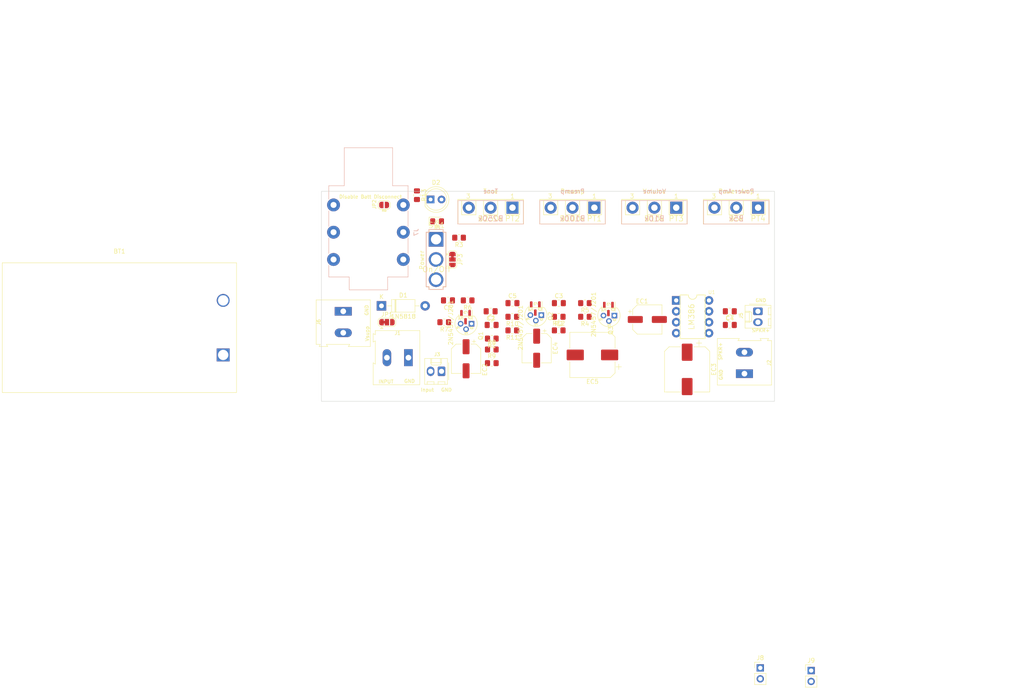
<source format=kicad_pcb>
(kicad_pcb (version 20211014) (generator pcbnew)
  (layers (0 "F.Cu" signal) (31 "B.Cu" signal) (34 "B.Paste" user) (35 "F.Paste" user) (36 "B.SilkS" user "B.Silkscreen") (37 "F.SilkS" user "F.Silkscreen") (38 "B.Mask" user) (39 "F.Mask" user) (44 "Edge.Cuts" user))
  (net 0 "")
  (net 1 "-BATT")
  (net 2 "+BATT")
  (net 3 "Net-(C1-Pad1)")
  (net 4 "Net-(C1-Pad2)")
  (net 5 "Net-(C2-Pad1)")
  (net 6 "Net-(C3-Pad1)")
  (net 7 "Net-(C3-Pad2)")
  (net 8 "GND")
  (net 9 "Net-(C4-Pad2)")
  (net 10 "Net-(C5-Pad1)")
  (net 11 "Net-(C5-Pad2)")
  (net 12 "Net-(C6-Pad1)")
  (net 13 "VCC")
  (net 14 "/power_in")
  (net 15 "Net-(D2-Pad1)")
  (net 16 "Net-(EC1-Pad1)")
  (net 17 "Net-(EC1-Pad2)")
  (net 18 "Net-(EC2-Pad1)")
  (net 19 "Net-(EC2-Pad2)")
  (net 20 "Net-(EC3-Pad1)")
  (net 21 "/SPKR+")
  (net 22 "Net-(EC4-Pad1)")
  (net 23 "Net-(EC4-Pad2)")
  (net 24 "/INPUT")
  (net 25 "/Vsupp")
  (net 27 "Net-(PT1-Pad2)")
  (net 28 "Net-(PT3-Pad2)")
  (net 29 "Net-(PT4-Pad1)")
  (net 30 "Net-(PT4-Pad2)")
  (net 31 "Net-(SW1-Pad3)")
  (net 32 "Net-(SW1-Pad1)")
  (footprint "Resistor_SMD:R_0805_2012Metric_Pad1.20x1.40mm_HandSolder" (layer "F.Cu") (at 157.4425 67.945 180)
    (fp_text reference "R10" (at 0 -1.65) (layer "F.SilkS"))
    (fp_text value "2M2")
    (pad "1" smd roundrect (at -1 0 180) (size 1.2 1.4) (layers "F.Cu" "F.Paste" "F.Mask") (roundrect_rratio 0.208333) (net 11 "Net-(C5-Pad2)"))
    (pad "2" smd roundrect (at 1 0 180) (size 1.2 1.4) (layers "F.Cu" "F.Paste" "F.Mask") (roundrect_rratio 0.208333) (net 8 "GND"))
  )
  (footprint "000 Connectors Immo:Molex_KK-254_AE-6410-02A_1x02_P2.54mm_Vertical_copy" (layer "F.Cu") (at 214.59 66.675 -90)
    (fp_text reference "J5" (at 1.016 3.937 90) (layer "F.SilkS") (effects (font (size 0.8 0.8))))
    (fp_text value "Speaker")
    (fp_text user "${PIN2}" (at 4.445 -0.675 180) (layer "F.SilkS") (effects (font (size 0.8 0.8))))
    (fp_text user "${PIN1}" (at -2.54 -0.675 180) (layer "F.SilkS") (effects (font (size 0.8 0.8))))
    (pad "1" thru_hole roundrect (at 0 0 270) (size 1.74 2.19) (drill 1.19) (layers *.Cu *.Mask) (roundrect_rratio 0.143678) (net 8 "GND"))
    (pad "2" thru_hole oval (at 2.54 0 270) (size 1.74 2.19) (drill 1.19) (layers *.Cu *.Mask) (net 21 "/SPKR+"))
  )
  (footprint "Connector_PinHeader_2.54mm:PinHeader_1x02_P2.54mm_Vertical" (layer "F.Cu") (at 215.138 149.7076)
    (fp_text reference "J8" (at 0 -2.33) (layer "F.SilkS"))
    (fp_text value "Vcc")
    (pad "1" thru_hole rect locked (at 0 0) (size 1.7 1.7) (drill 1) (layers *.Cu *.Mask) (net 13 "VCC"))
    (pad "2" thru_hole oval locked (at 0 2.54) (size 1.7 1.7) (drill 1) (layers *.Cu *.Mask) (net 13 "VCC"))
  )
  (footprint "Connector_PinHeader_2.54mm:PinHeader_1x02_P2.54mm_Vertical" (layer "F.Cu") (at 226.9744 150.3172)
    (fp_text reference "J9" (at 0 -2.33) (layer "F.SilkS"))
    (fp_text value "GND")
    (pad "1" thru_hole rect locked (at 0 0) (size 1.7 1.7) (drill 1) (layers *.Cu *.Mask) (net 8 "GND"))
    (pad "2" thru_hole oval locked (at 0 2.54) (size 1.7 1.7) (drill 1) (layers *.Cu *.Mask) (net 8 "GND"))
  )
  (footprint "000 Resistors Immo:16MM_AngleMount" (layer "F.Cu") (at 171.45 42.545)
    (fp_text reference "PT1" (at 5.08 2.54) (layer "F.SilkS") (effects (font (size 1.27 1.27) (thickness 0.1524))))
    (fp_text value "B100k" (at 0 2.54) (layer "F.SilkS") (effects (font (size 1.27 1.27))))
    (fp_text user "${NAME}" (at 0 -3.81) (layer "B.SilkS") (effects (justify mirror)))
    (fp_text user "${VALUE}" (at 0 2.54) (layer "B.SilkS") (effects (font (size 1.27 1.27)) (justify mirror)))
    (fp_text user "${NAME}" (at 0 -3.81) (layer "F.SilkS"))
    (fp_text user "1" (at 5.08 -2.667) (layer "F.SilkS") (effects (font (size 1.016 1.016) (thickness 0.127))))
    (fp_text user "3" (at -5.207 -2.667) (layer "F.SilkS") (effects (font (size 1.016 1.016) (thickness 0.127))))
    (pad "1" thru_hole rect (at 5.08 0) (size 2.794 2.794) (drill 1.4986) (layers *.Cu *.Paste *.Mask) (net 8 "GND"))
    (pad "2" thru_hole circle (at 0 0) (size 2.794 2.794) (drill 1.4986) (layers *.Cu *.Paste *.Mask) (net 27 "Net-(PT1-Pad2)"))
    (pad "3" thru_hole circle (at -5.08 0) (size 2.794 2.794) (drill 1.4986) (layers *.Cu *.Paste *.Mask) (net 7 "Net-(C3-Pad2)"))
  )
  (footprint "Resistor_SMD:R_0805_2012Metric_Pad1.20x1.40mm_HandSolder" (layer "F.Cu") (at 135.255 39.64 -90)
    (fp_text reference "R13" (at 0 -1.65 90) (layer "F.SilkS"))
    (fp_text value "4k7 - 10k")
    (pad "1" smd roundrect (at -1 0 270) (size 1.2 1.4) (layers "F.Cu" "F.Paste" "F.Mask") (roundrect_rratio 0.208333) (net 8 "GND"))
    (pad "2" smd roundrect (at 1 0 270) (size 1.2 1.4) (layers "F.Cu" "F.Paste" "F.Mask") (roundrect_rratio 0.208333) (net 15 "Net-(D2-Pad1)"))
  )
  (footprint "Resistor_SMD:R_0805_2012Metric_Pad1.20x1.40mm_HandSolder" (layer "F.Cu") (at 147.05 64.135 180)
    (fp_text reference "R6" (at 0 -1.65) (layer "F.SilkS"))
    (fp_text value "470k")
    (pad "1" smd roundrect (at -1 0 180) (size 1.2 1.4) (layers "F.Cu" "F.Paste" "F.Mask") (roundrect_rratio 0.208333) (net 4 "Net-(C1-Pad2)"))
    (pad "2" smd roundrect (at 1 0 180) (size 1.2 1.4) (layers "F.Cu" "F.Paste" "F.Mask") (roundrect_rratio 0.208333) (net 12 "Net-(C6-Pad1)"))
  )
  (footprint "000 Connectors Immo:Molex_KK-254_AE-6410-02A_1x02_P2.54mm_Vertical_copy" (layer "F.Cu") (at 140.97 80.645 180)
    (fp_text reference "J3" (at 1.016 3.937) (layer "F.SilkS") (effects (font (size 0.8 0.8))))
    (fp_text value "Input")
    (fp_text user "${PIN2}" (at 3.302 -4.318) (layer "F.SilkS") (effects (font (size 0.8 0.8))))
    (fp_text user "${PIN1}" (at -1.143 -4.318) (layer "F.SilkS") (effects (font (size 0.8 0.8))))
    (pad "1" thru_hole roundrect (at 0 0 180) (size 1.74 2.19) (drill 1.19) (layers *.Cu *.Mask) (roundrect_rratio 0.143678) (net 8 "GND"))
    (pad "2" thru_hole oval (at 2.54 0 180) (size 1.74 2.19) (drill 1.19) (layers *.Cu *.Mask) (net 24 "/INPUT"))
  )
  (footprint "000 Connectors Immo:TerminalBlock_Altech_AK300-2_P5.00mm" (layer "F.Cu") (at 133.27 77.47 180)
    (fp_text reference "J1" (at 2.525 5.715) (layer "F.SilkS") (effects (font (size 0.8 0.8))))
    (fp_text value "Input")
    (fp_text user "${PIN1}" (at -0.254 -5.461) (layer "F.SilkS") (effects (font (size 0.8 0.8))))
    (fp_text user "${PIN2}" (at 5.207 -5.588) (layer "F.SilkS") (effects (font (size 0.8 0.8))))
    (pad "1" thru_hole rect (at 0 0 180) (size 1.98 3.96) (drill 1.32) (layers *.Cu *.Mask) (net 8 "GND"))
    (pad "2" thru_hole oval (at 5 0 180) (size 1.98 3.96) (drill 1.32) (layers *.Cu *.Mask) (net 24 "/INPUT"))
  )
  (footprint "000 Transistors Immo:JFET Dual Foot" (layer "F.Cu") (at 162.7925 66.04 -90)
    (fp_text reference "Q2" (at 1.778 -3.556 90) (layer "F.SilkS"))
    (fp_text value "2N5457/J201" (at 4.445 3.429 90) (layer "F.SilkS"))
    (fp_text user "D" (at 2.54 -1.397 -90 unlocked) (layer "F.SilkS") (effects (font (size 0.6 0.6))))
    (fp_text user "S" (at 3.683 -0.127 -90 unlocked) (layer "F.SilkS") (effects (font (size 0.6 0.6))))
    (fp_text user "D" (at 0.149 -1.08 -90 unlocked) (layer "F.SilkS") (effects (font (size 0.8 0.8))))
    (fp_text user "G" (at -1.143 0 -90 unlocked) (layer "F.SilkS") (effects (font (size 0.8 0.8))))
    (fp_text user "S" (at 0.254 1.016 -90 unlocked) (layer "F.SilkS") (effects (font (size 0.8 0.8))))
    (fp_text user "G" (at 2.413 1.778 -90 unlocked) (layer "F.SilkS") (effects (font (size 0.6 0.6))))
    (pad "1" smd roundrect (at -0.9375 -0.95 270) (size 1.475 0.6) (layers "F.Cu" "F.Paste" "F.Mask") (net 6 "Net-(C3-Pad1)"))
    (pad "1" thru_hole rect (at 1.524 -1.397 180) (size 1.3 1.3) (drill 0.75) (layers *.Cu *.Mask) (net 6 "Net-(C3-Pad1)"))
    (pad "2" thru_hole circle (at 2.794 -0.127 180) (size 1.3 1.3) (drill 0.75) (layers *.Cu *.Mask) (net 22 "Net-(EC4-Pad1)"))
    (pad "2" smd roundrect (at -0.9375 0.95 270) (size 1.475 0.6) (layers "F.Cu" "F.Paste" "F.Mask") (net 22 "Net-(EC4-Pad1)"))
    (pad "3" smd roundrect (at 0.9375 0 270) (size 1.475 0.6) (layers "F.Cu" "F.Paste" "F.Mask") (net 11 "Net-(C5-Pad2)"))
    (pad "3" thru_hole circle (at 1.524 1.143 180) (size 1.3 1.3) (drill 0.75) (layers *.Cu *.Mask) (net 11 "Net-(C5-Pad2)"))
  )
  (footprint "Capacitor_SMD:C_0805_2012Metric_Pad1.18x1.45mm_HandSolder" (layer "F.Cu") (at 168.275 64.77)
    (fp_text reference "C3" (at 0 -1.68) (layer "F.SilkS"))
    (fp_text value "100n")
    (pad "1" smd roundrect locked (at -1.0375 0) (size 1.175 1.45) (layers "F.Cu" "F.Paste" "F.Mask") (roundrect_rratio 0.212766) (net 6 "Net-(C3-Pad1)"))
    (pad "2" smd roundrect locked (at 1.0375 0) (size 1.175 1.45) (layers "F.Cu" "F.Paste" "F.Mask") (roundrect_rratio 0.212766) (net 7 "Net-(C3-Pad2)"))
  )
  (footprint "Capacitor_SMD:C_0805_2012Metric_Pad1.18x1.45mm_HandSolder" (layer "F.Cu") (at 208.0475 66.675 180)
    (fp_text reference "C4" (at 0 -1.68) (layer "F.SilkS"))
    (fp_text value "100n")
    (pad "1" smd roundrect locked (at -1.0375 0 180) (size 1.175 1.45) (layers "F.Cu" "F.Paste" "F.Mask") (roundrect_rratio 0.212766) (net 8 "GND"))
    (pad "2" smd roundrect locked (at 1.0375 0 180) (size 1.175 1.45) (layers "F.Cu" "F.Paste" "F.Mask") (roundrect_rratio 0.212766) (net 9 "Net-(C4-Pad2)"))
  )
  (footprint "Capacitor_SMD:C_0805_2012Metric_Pad1.18x1.45mm_HandSolder" (layer "F.Cu") (at 152.6325 69.85)
    (fp_text reference "C1" (at 0 -1.68) (layer "F.SilkS"))
    (fp_text value "470n")
    (pad "1" smd roundrect locked (at -1.0375 0) (size 1.175 1.45) (layers "F.Cu" "F.Paste" "F.Mask") (roundrect_rratio 0.212766) (net 3 "Net-(C1-Pad1)"))
    (pad "2" smd roundrect locked (at 1.0375 0) (size 1.175 1.45) (layers "F.Cu" "F.Paste" "F.Mask") (roundrect_rratio 0.212766) (net 4 "Net-(C1-Pad2)"))
  )
  (footprint "Resistor_SMD:R_0805_2012Metric_Pad1.20x1.40mm_HandSolder" (layer "F.Cu") (at 174.355 67.945 180)
    (fp_text reference "R4" (at 0 -1.65) (layer "F.SilkS"))
    (fp_text value "2M2")
    (pad "1" smd roundrect (at -1 0 180) (size 1.2 1.4) (layers "F.Cu" "F.Paste" "F.Mask") (roundrect_rratio 0.208333) (net 27 "Net-(PT1-Pad2)"))
    (pad "2" smd roundrect (at 1 0 180) (size 1.2 1.4) (layers "F.Cu" "F.Paste" "F.Mask") (roundrect_rratio 0.208333) (net 8 "GND"))
  )
  (footprint "Capacitor_SMD:CP_Elec_6.3x5.9" (layer "F.Cu") (at 146.685 77.73 -90)
    (fp_text reference "EC2" (at 2.54 -4.35 90) (layer "F.SilkS"))
    (fp_text value "10u")
    (pad "1" smd roundrect locked (at -2.8 0 270) (size 3.5 1.6) (layers "F.Cu" "F.Paste" "F.Mask") (roundrect_rratio 0.15625) (net 18 "Net-(EC2-Pad1)"))
    (pad "2" smd roundrect locked (at 2.8 0 270) (size 3.5 1.6) (layers "F.Cu" "F.Paste" "F.Mask") (roundrect_rratio 0.15625) (net 19 "Net-(EC2-Pad2)"))
  )
  (footprint "000 Transistors Immo:JFET Dual Foot" (layer "F.Cu") (at 146.558 68.048 -90)
    (fp_text reference "Q1" (at 4.318 -3.556 90) (layer "F.SilkS"))
    (fp_text value "2N5457/J201" (at 1.27 3.429 90) (layer "F.SilkS"))
    (fp_text user "S" (at 0.254 1.016 -90 unlocked) (layer "F.SilkS") (effects (font (size 0.8 0.8))))
    (fp_text user "S" (at 3.683 -0.127 -90 unlocked) (layer "F.SilkS") (effects (font (size 0.6 0.6))))
    (fp_text user "D" (at 0.149 -1.08 -90 unlocked) (layer "F.SilkS") (effects (font (size 0.8 0.8))))
    (fp_text user "G" (at 2.413 1.778 -90 unlocked) (layer "F.SilkS") (effects (font (size 0.6 0.6))))
    (fp_text user "D" (at 2.54 -1.397 -90 unlocked) (layer "F.SilkS") (effects (font (size 0.6 0.6))))
    (fp_text user "G" (at -1.143 0 -90 unlocked) (layer "F.SilkS") (effects (font (size 0.8 0.8))))
    (pad "1" smd roundrect (at -0.9375 -0.95 270) (size 1.475 0.6) (layers "F.Cu" "F.Paste" "F.Mask") (net 3 "Net-(C1-Pad1)"))
    (pad "1" thru_hole rect (at 1.524 -1.397 180) (size 1.3 1.3) (drill 0.75) (layers *.Cu *.Mask) (net 3 "Net-(C1-Pad1)"))
    (pad "2" smd roundrect (at -0.9375 0.95 270) (size 1.475 0.6) (layers "F.Cu" "F.Paste" "F.Mask") (net 18 "Net-(EC2-Pad1)"))
    (pad "2" thru_hole circle (at 2.794 -0.127 180) (size 1.3 1.3) (drill 0.75) (layers *.Cu *.Mask) (net 18 "Net-(EC2-Pad1)"))
    (pad "3" smd roundrect (at 0.9375 0 270) (size 1.475 0.6) (layers "F.Cu" "F.Paste" "F.Mask") (net 24 "/INPUT"))
    (pad "3" thru_hole circle (at 1.524 1.143 180) (size 1.3 1.3) (drill 0.75) (layers *.Cu *.Mask) (net 24 "/INPUT"))
  )
  (footprint "000 Switches Immo:SPDT_M9040P_TH" (layer "F.Cu") (at 139.7 54.61 90)
    (fp_text reference "SW1" (at 8.001 0.127) (layer "F.SilkS") (effects (font (size 1.27 1.27) (thickness 0.127))))
    (fp_text value "On/Off" (at -2.286 0.127) (layer "F.SilkS") (effects (font (size 1.27 1.27))))
    (fp_text user "${NAME}" (at -0.127 -3.302 90) (layer "F.SilkS"))
    (pad "1" thru_hole rect (at 4.699 0 90) (size 3.41376 3.41376) (drill 2.39776) (layers *.Cu *.Paste *.Mask) (net 32 "Net-(SW1-Pad1)"))
    (pad "2" thru_hole circle (at 0 0 90) (size 3.41376 3.41376) (drill 2.39776) (layers *.Cu *.Paste *.Mask) (net 14 "/power_in"))
    (pad "3" thru_hole circle (at -4.699 0 90) (size 3.41376 3.41376) (drill 2.39776) (layers *.Cu *.Paste *.Mask) (net 31 "Net-(SW1-Pad3)"))
  )
  (footprint "Capacitor_SMD:CP_Elec_6.3x5.9" (layer "F.Cu") (at 188.855 68.58)
    (fp_text reference "EC1" (at -1.236977 -4.250084) (layer "F.SilkS"))
    (fp_text value "10u")
    (pad "1" smd roundrect locked (at -2.8 0) (size 3.5 1.6) (layers "F.Cu" "F.Paste" "F.Mask") (roundrect_rratio 0.15625) (net 16 "Net-(EC1-Pad1)"))
    (pad "2" smd roundrect locked (at 2.8 0) (size 3.5 1.6) (layers "F.Cu" "F.Paste" "F.Mask") (roundrect_rratio 0.15625) (net 17 "Net-(EC1-Pad2)"))
  )
  (footprint "000 Connectors Immo:TerminalBlock_Altech_AK300-2_P5.00mm" (layer "F.Cu") (at 118.11 66.675 -90)
    (fp_text reference "J6" (at 2.525 5.715 90) (layer "F.SilkS") (effects (font (size 0.8 0.8))))
    (fp_text value "Power")
    (fp_text user "${PIN1}" (at -0.254 -5.461 90) (layer "F.SilkS") (effects (font (size 0.8 0.8))))
    (fp_text user "${PIN2}" (at 5.207 -5.588 90) (layer "F.SilkS") (effects (font (size 0.8 0.8))))
    (pad "1" thru_hole rect (at 0 0 270) (size 1.98 3.96) (drill 1.32) (layers *.Cu *.Mask) (net 8 "GND"))
    (pad "2" thru_hole oval (at 5 0 270) (size 1.98 3.96) (drill 1.32) (layers *.Cu *.Mask) (net 25 "/Vsupp"))
  )
  (footprint "000 Resistors Immo:16MM_AngleMount" (layer "F.Cu") (at 190.5 42.545)
    (fp_text reference "PT3" (at 5.08 2.54) (layer "F.SilkS") (effects (font (size 1.27 1.27) (thickness 0.1524))))
    (fp_text value "B10k" (at 0 2.54) (layer "F.SilkS") (effects (font (size 1.27 1.27))))
    (fp_text user "${NAME}" (at 0 -3.81) (layer "B.SilkS") (effects (justify mirror)))
    (fp_text user "${VALUE}" (at 0 2.54) (layer "B.SilkS") (effects (font (size 1.27 1.27)) (justify mirror)))
    (fp_text user "${NAME}" (at 0 -3.81) (layer "F.SilkS"))
    (fp_text user "3" (at -5.207 -2.667) (layer "F.SilkS") (effects (font (size 1.016 1.016) (thickness 0.127))))
    (fp_text user "1" (at 5.08 -2.667) (layer "F.SilkS") (effects (font (size 1.016 1.016) (thickness 0.127))))
    (pad "1" thru_hole rect (at 5.08 0) (size 2.794 2.794) (drill 1.4986) (layers *.Cu *.Paste *.Mask) (net 8 "GND"))
    (pad "2" thru_hole circle (at 0 0) (size 2.794 2.794) (drill 1.4986) (layers *.Cu *.Paste *.Mask) (net 28 "Net-(PT3-Pad2)"))
    (pad "3" thru_hole circle (at -5.08 0) (size 2.794 2.794) (drill 1.4986) (layers *.Cu *.Paste *.Mask) (net 17 "Net-(EC1-Pad2)"))
  )
  (footprint "Resistor_SMD:R_0805_2012Metric_Pad1.20x1.40mm_HandSolder" (layer "F.Cu") (at 141.605 69.215 180)
    (fp_text reference "R7" (at 0 -1.65) (layer "F.SilkS"))
    (fp_text value "2M2")
    (pad "1" smd roundrect (at -1 0 180) (size 1.2 1.4) (layers "F.Cu" "F.Paste" "F.Mask") (roundrect_rratio 0.208333) (net 24 "/INPUT"))
    (pad "2" smd roundrect (at 1 0 180) (size 1.2 1.4) (layers "F.Cu" "F.Paste" "F.Mask") (roundrect_rratio 0.208333) (net 8 "GND"))
  )
  (footprint "Jumper:SolderJumper-2_P1.3mm_Open_RoundedPad1.0x1.5mm" (layer "F.Cu") (at 127.62 41.91)
    (fp_text reference "JP2" (at -2.286 -0.127 90) (layer "F.SilkS") (effects (font (size 0.8 0.8))))
    (fp_text value "Disable Batt Disconnect" (at -3.16 -1.905 180) (layer "F.SilkS") (effects (font (size 0.8 0.8))))
    (fp_text user "no" (at 0 1.27 unlocked) (layer "F.SilkS") (effects (font (size 0.6 0.6))))
    (pad "1" smd custom (at -0.65 0) (size 1 0.5) (layers "F.Cu" "F.Mask") (net 8 "GND") (options (clearance outline) (anchor rect)) (primitives (gr_circle (center 0 0.25) (end 0.5 0.25) (width 0) (fill yes)) (gr_circle (center 0 -0.25) (end 0.5 -0.25) (width 0) (fill yes)) (gr_poly (pts (xy 0.5 0.75) (xy 0 0.75) (xy 0 -0.75) (xy 0.5 -0.75)) (width 0) (fill yes))))
    (pad "2" smd custom (at 0.65 0) (size 1 0.5) (layers "F.Cu" "F.Mask") (net 1 "-BATT") (options (clearance outline) (anchor rect)) (primitives (gr_circle (center 0 0.25) (end 0.5 0.25) (width 0) (fill yes)) (gr_circle (center 0 -0.25) (end 0.5 -0.25) (width 0) (fill yes)) (gr_poly (pts (xy 0 0.75) (xy -0.5 0.75) (xy -0.5 -0.75) (xy 0 -0.75)) (width 0) (fill yes))))
  )
  (footprint "000 Transistors Immo:JFET Dual Foot" (layer "F.Cu") (at 179.8 66.143 -90)
    (fp_text reference "Q3" (at 4.977 -0.54 90) (layer "F.SilkS"))
    (fp_text value "2N5457/J201" (at 1.27 3.429 90) (layer "F.SilkS"))
    (fp_text user "D" (at 2.54 -1.397 -90 unlocked) (layer "F.SilkS") (effects (font (size 0.6 0.6))))
    (fp_text user "D" (at 0.149 -1.08 -90 unlocked) (layer "F.SilkS") (effects (font (size 0.8 0.8))))
    (fp_text user "G" (at -1.143 0 -90 unlocked) (layer "F.SilkS") (effects (font (size 0.8 0.8))))
    (fp_text user "G" (at 2.413 1.778 -90 unlocked) (layer "F.SilkS") (effects (font (size 0.6 0.6))))
    (fp_text user "S" (at 0.254 1.016 -90 unlocked) (layer "F.SilkS") (effects (font (size 0.8 0.8))))
    (fp_text user "S" (at 3.683 -0.127 -90 unlocked) (layer "F.SilkS") (effects (font (size 0.6 0.6))))
    (pad "1" thru_hole rect (at 1.524 -1.397 180) (size 1.3 1.3) (drill 0.75) (layers *.Cu *.Mask) (net 13 "VCC"))
    (pad "1" smd roundrect (at -0.9375 -0.95 270) (size 1.475 0.6) (layers "F.Cu" "F.Paste" "F.Mask") (net 13 "VCC"))
    (pad "2" thru_hole circle (at 2.794 -0.127 180) (size 1.3 1.3) (drill 0.75) (layers *.Cu *.Mask) (net 16 "Net-(EC1-Pad1)"))
    (pad "2" smd roundrect (at -0.9375 0.95 270) (size 1.475 0.6) (layers "F.Cu" "F.Paste" "F.Mask") (net 16 "Net-(EC1-Pad1)"))
    (pad "3" smd roundrect (at 0.9375 0 270) (size 1.475 0.6) (layers "F.Cu" "F.Paste" "F.Mask") (net 27 "Net-(PT1-Pad2)"))
    (pad "3" thru_hole circle (at 1.524 1.143 180) (size 1.3 1.3) (drill 0.75) (layers *.Cu *.Mask) (net 27 "Net-(PT1-Pad2)"))
  )
  (footprint "Capacitor_SMD:C_0805_2012Metric_Pad1.18x1.45mm_HandSolder" (layer "F.Cu") (at 157.48 64.77)
    (fp_text reference "C5" (at 0 -1.68) (layer "F.SilkS"))
    (fp_text value "470n")
    (pad "1" smd roundrect locked (at -1.0375 0) (size 1.175 1.45) (layers "F.Cu" "F.Paste" "F.Mask") (roundrect_rratio 0.212766) (net 10 "Net-(C5-Pad1)"))
    (pad "2" smd roundrect locked (at 1.0375 0) (size 1.175 1.45) (layers "F.Cu" "F.Paste" "F.Mask") (roundrect_rratio 0.212766) (net 11 "Net-(C5-Pad2)"))
  )
  (footprint "Resistor_SMD:R_0805_2012Metric_Pad1.20x1.40mm_HandSolder" (layer "F.Cu") (at 152.67 78.74)
    (fp_text reference "R9" (at 0 -1.65) (layer "F.SilkS"))
    (fp_text value "4k3")
    (pad "1" smd roundrect (at -1 0) (size 1.2 1.4) (layers "F.Cu" "F.Paste" "F.Mask") (roundrect_rratio 0.208333) (net 19 "Net-(EC2-Pad2)"))
    (pad "2" smd roundrect (at 1 0) (size 1.2 1.4) (layers "F.Cu" "F.Paste" "F.Mask") (roundrect_rratio 0.208333) (net 8 "GND"))
  )
  (footprint "Resistor_SMD:R_0805_2012Metric_Pad1.20x1.40mm_HandSolder" (layer "F.Cu") (at 174.355 64.77 180)
    (fp_text reference "R5" (at 0 -1.65) (layer "F.SilkS"))
    (fp_text value "3k9")
    (pad "1" smd roundrect (at -1 0 180) (size 1.2 1.4) (layers "F.Cu" "F.Paste" "F.Mask") (roundrect_rratio 0.208333) (net 16 "Net-(EC1-Pad1)"))
    (pad "2" smd roundrect (at 1 0 180) (size 1.2 1.4) (layers "F.Cu" "F.Paste" "F.Mask") (roundrect_rratio 0.208333) (net 8 "GND"))
  )
  (footprint "Jumper:SolderJumper-3_P1.3mm_Bridged12_RoundedPad1.0x1.5mm" (layer "F.Cu") (at 143.51 54.61 -90)
    (fp_text reference "JP3" (at 0 -1.8 90) (layer "F.SilkS"))
    (fp_text value "SWDIR")
    (fp_poly (pts (xy -0.9 -0.3) (xy -0.4 -0.3) (xy -0.4 0.3) (xy -0.9 0.3)) (layer "F.Cu") (width 0) (fill solid))
    (pad "1" smd custom locked (at -1.3 0 270) (size 1 0.5) (layers "F.Cu" "F.Mask") (net 32 "Net-(SW1-Pad1)") (options (clearance outline) (anchor rect)) (primitives (gr_circle (center 0 0.25) (end 0.5 0.25) (width 0) (fill yes)) (gr_circle (center 0 -0.25) (end 0.5 -0.25) (width 0) (fill yes)) (gr_poly (pts (xy 0.55 0.75) (xy 0 0.75) (xy 0 -0.75) (xy 0.55 -0.75)) (width 0) (fill yes))))
    (pad "2" smd rect locked (at 0 0 270) (size 1 1.5) (layers "F.Cu" "F.Mask") (net 13 "VCC"))
    (pad "3" smd custom locked (at 1.3 0 270) (size 1 0.5) (layers "F.Cu" "F.Mask") (net 31 "Net-(SW1-Pad3)") (options (clearance outline) (anchor rect)) (primitives (gr_circle (center 0 0.25) (end 0.5 0.25) (width 0) (fill yes)) (gr_circle (center 0 -0.25) (end 0.5 -0.25) (width 0) (fill yes)) (gr_poly (pts (xy 0 0.75) (xy -0.55 0.75) (xy -0.55 -0.75) (xy 0 -0.75)) (width 0) (fill yes))))
  )
  (footprint "000 Resistors Immo:16MM_AngleMount" (layer "F.Cu") (at 209.55 42.545)
    (fp_text reference "PT4" (at 5.08 2.54) (layer "F.SilkS") (effects (font (size 1.27 1.27) (thickness 0.1524))))
    (fp_text value "B5k" (at 0 2.54) (layer "F.SilkS") (effects (font (size 1.27 1.27))))
    (fp_text user "${NAME}" (at 0 -3.81) (layer "B.SilkS") (effects (justify mirror)))
    (fp_text user "${VALUE}" (at 0 2.54) (layer "B.SilkS") (effects (font (size 1.27 1.27)) (justify mirror)))
    (fp_text user "3" (at -5.207 -2.667) (layer "F.SilkS") (effects (font (size 1.016 1.016) (thickness 0.127))))
    (fp_text user "${NAME}" (at 0 -3.81) (layer "F.SilkS"))
    (fp_text user "1" (at 5.08 -2.667) (layer "F.SilkS") (effects (font (size 1.016 1.016) (thickness 0.127))))
    (pad "1" thru_hole rect (at 5.08 0) (size 2.794 2.794) (drill 1.4986) (layers *.Cu *.Paste *.Mask) (net 29 "Net-(PT4-Pad1)"))
    (pad "2" thru_hole circle (at 0 0) (size 2.794 2.794) (drill 1.4986) (layers *.Cu *.Paste *.Mask) (net 30 "Net-(PT4-Pad2)"))
    (pad "3" thru_hole circle (at -5.08 0) (size 2.794 2.794) (drill 1.4986) (layers *.Cu *.Paste *.Mask) (net 30 "Net-(PT4-Pad2)"))
  )
  (footprint "Resistor_SMD:R_0805_2012Metric_Pad1.20x1.40mm_HandSolder" (layer "F.Cu") (at 168.2375 71.12)
    (fp_text reference "R12" (at 0 -1.65) (layer "F.SilkS"))
    (fp_text value "3k9")
    (pad "1" smd roundrect (at -1 0) (size 1.2 1.4) (layers "F.Cu" "F.Paste" "F.Mask") (roundrect_rratio 0.208333) (net 23 "Net-(EC4-Pad2)"))
    (pad "2" smd roundrect (at 1 0) (size 1.2 1.4) (layers "F.Cu" "F.Paste" "F.Mask") (roundrect_rratio 0.208333) (net 8 "GND"))
  )
  (footprint "000 IC Immo:DIL8" (layer "F.Cu") (at 199.39 67.945)
    (fp_text reference "U1" (at 4.445 -5.715 180) (layer "F.SilkS") (effects (font (size 0.8 0.8) (thickness 0.1016))))
    (fp_text value "LM386" (at -0.254 0 90) (layer "F.SilkS") (effects (font (size 1.27 1.27))))
    (pad "1" thru_hole rect (at -3.81 -3.81) (size 1.99898 1.99898) (drill 0.99822) (layers *.Cu *.Paste *.Mask) (net 29 "Net-(PT4-Pad1)"))
    (pad "2" thru_hole circle (at -3.81 -1.27) (size 1.99898 1.99898) (drill 0.99822) (layers *.Cu *.Paste *.Mask) (net 28 "Net-(PT3-Pad2)"))
    (pad "3" thru_hole circle (at -3.81 1.27) (size 1.99898 1.99898) (drill 0.99822) (layers *.Cu *.Paste *.Mask) (net 8 "GND"))
    (pad "4" thru_hole circle (at -3.81 3.81) (size 1.99898 1.99898) (drill 0.99822) (layers *.Cu *.Paste *.Mask) (net 8 "GND"))
    (pad "5" thru_hole circle (at 3.81 3.81) (size 1.99898 1.99898) (drill 0.99822) (layers *.Cu *.Paste *.Mask) (net 20 "Net-(EC3-Pad1)"))
    (pad "6" thru_hole circle (at 3.81 1.27) (size 1.99898 1.99898) (drill 0.99822) (layers *.Cu *.Paste *.Mask) (net 13 "VCC"))
    (pad "7" thru_hole circle (at 3.81 -1.27) (size 1.99898 1.99898) (drill 0.99822) (layers *.Cu *.Paste *.Mask) (net 9 "Net-(C4-Pad2)"))
    (pad "8" thru_hole circle (at 3.81 -3.81) (size 1.99898 1.99898) (drill 0.99822) (layers *.Cu *.Paste *.Mask) (net 30 "Net-(PT4-Pad2)"))
  )
  (footprint "Capacitor_SMD:CP_Elec_10x10" (layer "F.Cu") (at 176.085 76.835 180)
    (fp_text reference "EC5" (at 0 -6.2) (layer "F.SilkS"))
    (fp_text value "220u")
    (pad "1" smd roundrect locked (at -4 0 180) (size 4 2.5) (layers "F.Cu" "F.Paste" "F.Mask") (roundrect_rratio 0.1) (net 13 "VCC"))
    (pad "2" smd roundrect locked (at 4 0 180) (size 4 2.5) (layers "F.Cu" "F.Paste" "F.Mask") (roundrect_rratio 0.1) (net 8 "GND"))
  )
  (footprint "000 Connectors Immo:TerminalBlock_Altech_AK300-2_P5.00mm" (layer "F.Cu") (at 211.455 81.2 90)
    (fp_text reference "J2" (at 2.525 5.715 90) (layer "F.SilkS") (effects (font (size 0.8 0.8))))
    (fp_text value "Speaker(2-8 ohm)")
    (fp_text user "${PIN2}" (at 5.207 -5.588 90) (layer "F.SilkS") (effects (font (size 0.8 0.8))))
    (fp_text user "${PIN1}" (at -0.254 -5.461 90) (layer "F.SilkS") (effects (font (size 0.8 0.8))))
    (pad "1" thru_hole rect (at 0 0 90) (size 1.98 3.96) (drill 1.32) (layers *.Cu *.Mask) (net 8 "GND"))
    (pad "2" thru_hole oval (at 5 0 90) (size 1.98 3.96) (drill 1.32) (layers *.Cu *.Mask) (net 21 "/SPKR+"))
  )
  (footprint "Jumper:SolderJumper-3_P1.3mm_Bridged12_RoundedPad1.0x1.5mm" (layer "F.Cu") (at 128.27 69.215)
    (fp_text reference "JP1" (at 0 -1.8) (layer "F.SilkS"))
    (fp_text value "batt/DC")
    (fp_poly (pts (xy -0.9 -0.3) (xy -0.4 -0.3) (xy -0.4 0.3) (xy -0.9 0.3)) (layer "F.Cu") (width 0) (fill solid))
    (pad "1" smd custom locked (at -1.3 0) (size 1 0.5) (layers "F.Cu" "F.Mask") (net 14 "/power_in") (options (clearance outline) (anchor rect)) (primitives (gr_circle (center 0 0.25) (end 0.5 0.25) (width 0) (fill yes)) (gr_circle (center 0 -0.25) (end 0.5 -0.25) (width 0) (fill yes)) (gr_poly (pts (xy 0.55 0.75) (xy 0 0.75) (xy 0 -0.75) (xy 0.55 -0.75)) (width 0) (fill yes))))
    (pad "2" smd rect locked (at 0 0) (size 1 1.5) (layers "F.Cu" "F.Mask") (net 25 "/Vsupp"))
    (pad "3" smd custom locked (at 1.3 0) (size 1 0.5) (layers "F.Cu" "F.Mask") (net 2 "+BATT") (options (clearance outline) (anchor rect)) (primitives (gr_circle (center 0 0.25) (end 0.5 0.25) (width 0) (fill yes)) (gr_circle (center 0 -0.25) (end 0.5 -0.25) (width 0) (fill yes)) (gr_poly (pts (xy 0 0.75) (xy -0.55 0.75) (xy -0.55 -0.75) (xy 0 -0.75)) (width 0) (fill yes))))
  )
  (footprint "Resistor_SMD:R_0805_2012Metric_Pad1.20x1.40mm_HandSolder" (layer "F.Cu") (at 157.4425 71.12 180)
    (fp_text reference "R11" (at 0 -1.65) (layer "F.SilkS"))
    (fp_text value "4k7")
    (pad "1" smd roundrect (at -1 0 180) (size 1.2 1.4) (layers "F.Cu" "F.Paste" "F.Mask") (roundrect_rratio 0.208333) (net 22 "Net-(EC4-Pad1)"))
    (pad "2" smd roundrect (at 1 0 180) (size 1.2 1.4) (layers "F.Cu" "F.Paste" "F.Mask") (roundrect_rratio 0.208333) (net 8 "GND"))
  )
  (footprint "Capacitor_SMD:CP_Elec_10x10" (layer "F.Cu") (at 198.12 80.2 -90)
    (fp_text reference "EC3" (at 0 -6.2 90) (layer "F.SilkS"))
    (fp_text value "220u")
    (pad "1" smd roundrect locked (at -4 0 270) (size 4 2.5) (layers "F.Cu" "F.Paste" "F.Mask") (roundrect_rratio 0.1) (net 20 "Net-(EC3-Pad1)"))
    (pad "2" smd roundrect locked (at 4 0 270) (size 4 2.5) (layers "F.Cu" "F.Paste" "F.Mask") (roundrect_rratio 0.1) (net 21 "/SPKR+"))
  )
  (footprint "Capacitor_SMD:CP_Elec_6.3x5.9" (layer "F.Cu") (at 163.1075 75.2625 -90)
    (fp_text reference "EC4" (at 0 -4.35 90) (layer "F.SilkS"))
    (fp_text value "10u")
    (pad "1" smd roundrect locked (at -2.8 0 270) (size 3.5 1.6) (layers "F.Cu" "F.Paste" "F.Mask") (roundrect_rratio 0.15625) (net 22 "Net-(EC4-Pad1)"))
    (pad "2" smd roundrect locked (at 2.8 0 270) (size 3.5 1.6) (layers "F.Cu" "F.Paste" "F.Mask") (roundrect_rratio 0.15625) (net 23 "Net-(EC4-Pad2)"))
  )
  (footprint "Resistor_SMD:R_0805_2012Metric_Pad1.20x1.40mm_HandSolder" (layer "F.Cu") (at 168.2375 67.945 180)
    (fp_text reference "R2" (at 0 -1.65) (layer "F.SilkS"))
    (fp_text value "12k")
    (pad "1" smd roundrect (at -1 0 180) (size 1.2 1.4) (layers "F.Cu" "F.Paste" "F.Mask") (roundrect_rratio 0.208333) (net 13 "VCC"))
    (pad "2" smd roundrect (at 1 0 180) (size 1.2 1.4) (layers "F.Cu" "F.Paste" "F.Mask") (roundrect_rratio 0.208333) (net 6 "Net-(C3-Pad1)"))
  )
  (footprint "Diode_THT:D_DO-41_SOD81_P10.16mm_Horizontal" (layer "F.Cu") (at 127 65.405)
    (fp_text reference "D1" (at 5.08 -2.47) (layer "F.SilkS"))
    (fp_text value "1N5818" (at 5.08 2.47) (layer "F.SilkS"))
    (fp_text user "K" (at 0 -2.1) (layer "F.SilkS"))
    (pad "1" thru_hole rect (at 0 0) (size 2.2 2.2) (drill 1.1) (layers *.Cu *.Mask) (net 14 "/power_in"))
    (pad "2" thru_hole oval (at 10.16 0) (size 2.2 2.2) (drill 1.1) (layers *.Cu *.Mask) (net 2 "+BATT"))
  )
  (footprint "LED_THT:LED_D5.0mm" (layer "F.Cu") (at 138.43 40.64)
    (fp_text reference "D2" (at 1.27 -3.96) (layer "F.SilkS"))
    (fp_text value "PowerTH")
    (pad "1" thru_hole rect locked (at 0 0) (size 1.8 1.8) (drill 0.9) (layers *.Cu *.Mask) (net 15 "Net-(D2-Pad1)"))
    (pad "2" thru_hole circle locked (at 2.54 0) (size 1.8 1.8) (drill 0.9) (layers *.Cu *.Mask) (net 13 "VCC"))
  )
  (footprint "Battery:BatteryHolder_Eagle_12BH611-GR" (layer "F.Cu") (at 90.17 76.835)
    (fp_text reference "BT1" (at -24.13 -24.13) (layer "F.SilkS"))
    (fp_text value "9v Battery")
    (pad "" np_thru_hole circle locked (at -24.15 4.75) (size 2.6 2.6) (drill 2.6) (layers *.Cu *.Mask))
    (pad "" np_thru_hole circle locked (at -38.9 -17.45) (size 2.6 2.6) (drill 2.6) (layers *.Cu *.Mask))
    (pad "" np_thru_hole circle locked (at -10.9 -17.45) (size 2.6 2.6) (drill 2.6) (layers *.Cu *.Mask))
    (pad "1" thru_hole rect locked (at 0 0) (size 3 3) (drill 2.4) (layers *.Cu *.Mask) (net 2 "+BATT"))
    (pad "2" thru_hole circle locked (at 0 -12.7) (size 3 3) (drill 2.4) (layers *.Cu *.Mask) (net 1 "-BATT"))
  )
  (footprint "LED_SMD:LED_0805_2012Metric_Pad1.15x1.40mm_HandSolder" (layer "F.Cu") (at 139.945 45.72)
    (fp_text reference "D3" (at 0.033477 1.58919) (layer "F.SilkS") (effects (font (size 0.7 0.7))))
    (fp_text value "PowerSMD")
    (pad "1" smd roundrect (at -1.025 0) (size 1.15 1.4) (layers "F.Cu" "F.Paste" "F.Mask") (roundrect_rratio 0.2173913043) (net 15 "Net-(D2-Pad1)"))
    (pad "2" smd roundrect (at 1.025 0) (size 1.15 1.4) (layers "F.Cu" "F.Paste" "F.Mask") (roundrect_rratio 0.2173913043) (net 13 "VCC"))
  )
  (footprint "Capacitor_SMD:C_0805_2012Metric_Pad1.18x1.45mm_HandSolder" (layer "F.Cu") (at 152.4 66.675 180)
    (fp_text reference "C2" (at 0 -1.68) (layer "F.SilkS"))
    (fp_text value "15n")
    (pad "1" smd roundrect locked (at -1.0375 0 180) (size 1.175 1.45) (layers "F.Cu" "F.Paste" "F.Mask") (roundrect_rratio 0.212766) (net 5 "Net-(C2-Pad1)"))
    (pad "2" smd roundrect locked (at 1.0375 0 180) (size 1.175 1.45) (layers "F.Cu" "F.Paste" "F.Mask") (roundrect_rratio 0.212766) (net 4 "Net-(C1-Pad2)"))
  )
  (footprint "000 Resistors Immo:16MM_AngleMount" (layer "F.Cu") (at 152.4 42.545)
    (fp_text reference "PT2" (at 5.08 2.54) (layer "F.SilkS") (effects (font (size 1.27 1.27) (thickness 0.1524))))
    (fp_text value "B250k" (at 0 2.54) (layer "F.SilkS") (effects (font (size 1.27 1.27))))
    (fp_text user "${NAME}" (at 0 -3.81) (layer "B.SilkS") (effects (justify mirror)))
    (fp_text user "${VALUE}" (at 0 2.54) (layer "B.SilkS") (effects (font (size 1.27 1.27)) (justify mirror)))
    (fp_text user "${NAME}" (at 0 -3.81) (layer "F.SilkS"))
    (fp_text user "1" (at 5.08 -2.667) (layer "F.SilkS") (effects (font (size 1.016 1.016) (thickness 0.127))))
    (fp_text user "3" (at -5.207 -2.667) (layer "F.SilkS") (effects (font (size 1.016 1.016) (thickness 0.127))))
    (pad "1" thru_hole rect (at 5.08 0) (size 2.794 2.794) (drill 1.4986) (layers *.Cu *.Paste *.Mask) (net 12 "Net-(C6-Pad1)"))
    (pad "2" thru_hole circle (at 0 0) (size 2.794 2.794) (drill 1.4986) (layers *.Cu *.Paste *.Mask) (net 10 "Net-(C5-Pad1)"))
    (pad "3" thru_hole circle (at -5.08 0) (size 2.794 2.794) (drill 1.4986) (layers *.Cu *.Paste *.Mask) (net 5 "Net-(C2-Pad1)"))
  )
  (footprint "Resistor_SMD:R_0805_2012Metric_Pad1.20x1.40mm_HandSolder" (layer "F.Cu") (at 152.67 75.565)
    (fp_text reference "R8" (at 0 -1.65) (layer "F.SilkS"))
    (fp_text value "4k7")
    (pad "1" smd roundrect (at -1 0) (size 1.2 1.4) (layers "F.Cu" "F.Paste" "F.Mask") (roundrect_rratio 0.208333) (net 18 "Net-(EC2-Pad1)"))
    (pad "2" smd roundrect (at 1 0) (size 1.2 1.4) (layers "F.Cu" "F.Paste" "F.Mask") (roundrect_rratio 0.208333) (net 8 "GND"))
  )
  (footprint "Resistor_SMD:R_0805_2012Metric_Pad1.20x1.40mm_HandSolder" (layer "F.Cu") (at 152.67 73.025 180)
    (fp_text reference "R1" (at 0 -1.65) (layer "F.SilkS"))
    (fp_text value "12k")
    (pad "1" smd roundrect (at -1 0 180) (size 1.2 1.4) (layers "F.Cu" "F.Paste" "F.Mask") (roundrect_rratio 0.208333) (net 13 "VCC"))
    (pad "2" smd roundrect (at 1 0 180) (size 1.2 1.4) (layers "F.Cu" "F.Paste" "F.Mask") (roundrect_rratio 0.208333) (net 3 "Net-(C1-Pad1)"))
  )
  (footprint "Capacitor_SMD:C_0805_2012Metric_Pad1.18x1.45mm_HandSolder" (layer "F.Cu") (at 208.0475 69.85)
    (fp_text reference "C7" (at 0 -1.68) (layer "F.SilkS"))
    (fp_text value "100p")
    (pad "1" smd roundrect locked (at -1.0375 0) (size 1.175 1.45) (layers "F.Cu" "F.Paste" "F.Mask") (roundrect_rratio 0.212766) (net 13 "VCC"))
    (pad "2" smd roundrect locked (at 1.0375 0) (size 1.175 1.45) (layers "F.Cu" "F.Paste" "F.Mask") (roundrect_rratio 0.212766) (net 8 "GND"))
  )
  (footprint "Capacitor_SMD:C_0805_2012Metric_Pad1.18x1.45mm_HandSolder" (layer "F.Cu") (at 142.4725 64.135 180)
    (fp_text reference "C6" (at 0 -1.68) (layer "F.SilkS"))
    (fp_text value "15n")
    (pad "1" smd roundrect locked (at -1.0375 0 180) (size 1.175 1.45) (layers "F.Cu" "F.Paste" "F.Mask") (roundrect_rratio 0.212766) (net 12 "Net-(C6-Pad1)"))
    (pad "2" smd roundrect locked (at 1.0375 0 180) (size 1.175 1.45) (layers "F.Cu" "F.Paste" "F.Mask") (roundrect_rratio 0.212766) (net 8 "GND"))
  )
  (footprint "Resistor_SMD:R_0805_2012Metric_Pad1.20x1.40mm_HandSolder" (layer "F.Cu") (at 145.05 49.53 180)
    (fp_text reference "R3" (at 0 -1.65) (layer "F.SilkS"))
    (fp_text value "24k")
    (pad "1" smd roundrect (at -1 0 180) (size 1.2 1.4) (layers "F.Cu" "F.Paste" "F.Mask") (roundrect_rratio 0.208333) (net 5 "Net-(C2-Pad1)"))
    (pad "2" smd roundrect (at 1 0 180) (size 1.2 1.4) (layers "F.Cu" "F.Paste" "F.Mask") (roundrect_rratio 0.208333) (net 8 "GND"))
  )
  (footprint "Connector_Audio:Jack_6.35mm_Neutrik_NMJ6HFD2_Horizontal" (layer "B.Cu") (at 132.08 54.61 90)
    (fp_text reference "J7" (at 6.35 3 90) (layer "B.SilkS") (effects (justify mirror)))
    (fp_text value "AudioJack3_Switch")
    (pad "R" thru_hole circle locked (at 6.35 0 90) (size 3 3) (drill 1.4) (layers *.Cu *.Mask) (net 1 "-BATT"))
    (pad "RN" thru_hole circle locked (at 6.35 -16.23 90) (size 3 3) (drill 1.4) (layers *.Cu *.Mask))
    (pad "S" thru_hole circle locked (at 12.7 0 90) (size 3 3) (drill 1.4) (layers *.Cu *.Mask) (net 8 "GND"))
    (pad "SN" thru_hole circle locked (at 12.7 -16.23 90) (size 3 3) (drill 1.4) (layers *.Cu *.Mask) (net 8 "GND"))
    (pad "T" thru_hole circle locked (at 0 0 90) (size 3 3) (drill 1.4) (layers *.Cu *.Mask) (net 24 "/INPUT"))
    (pad "TN" thru_hole circle locked (at 0 -16.23 90) (size 3 3) (drill 1.4) (layers *.Cu *.Mask) (net 8 "GND"))
  )
  (gr_rect (start 113.03 38.735) (end 218.44 87.63) (layer "Edge.Cuts") (width 0.1) (fill none))
)
</source>
